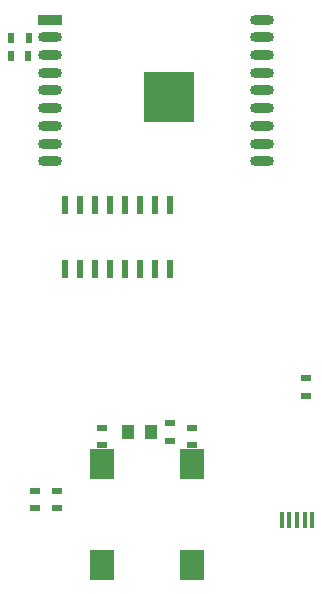
<source format=gbr>
G04 #@! TF.FileFunction,Paste,Top*
%FSLAX46Y46*%
G04 Gerber Fmt 4.6, Leading zero omitted, Abs format (unit mm)*
G04 Created by KiCad (PCBNEW 4.0.4+e1-6308~48~ubuntu16.04.1-stable) date Thu Nov 24 17:46:36 2016*
%MOMM*%
%LPD*%
G01*
G04 APERTURE LIST*
%ADD10C,0.100000*%
%ADD11R,1.000000X1.250000*%
%ADD12R,0.400000X1.350000*%
%ADD13R,2.000000X2.500000*%
%ADD14R,0.600000X1.500000*%
%ADD15O,2.000000X0.900000*%
%ADD16R,2.000000X0.900000*%
%ADD17R,4.300000X4.300000*%
%ADD18R,0.900000X0.500000*%
%ADD19R,0.500000X0.900000*%
G04 APERTURE END LIST*
D10*
D11*
X130445000Y-137795000D03*
X132445000Y-137795000D03*
D12*
X144780000Y-145260000D03*
X144130000Y-145260000D03*
X143480000Y-145260000D03*
X145430000Y-145260000D03*
X146080000Y-145260000D03*
D13*
X135890000Y-140505000D03*
X135890000Y-149055000D03*
X128270000Y-140505000D03*
X128270000Y-149055000D03*
D14*
X125095000Y-123985000D03*
X126365000Y-123985000D03*
X127635000Y-123985000D03*
X128905000Y-123985000D03*
X130175000Y-123985000D03*
X131445000Y-123985000D03*
X132715000Y-123985000D03*
X133985000Y-123985000D03*
X133985000Y-118585000D03*
X132715000Y-118585000D03*
X131445000Y-118585000D03*
X130175000Y-118585000D03*
X128905000Y-118585000D03*
X127635000Y-118585000D03*
X126365000Y-118585000D03*
X125095000Y-118585000D03*
D15*
X141825000Y-114870000D03*
X123825000Y-114870000D03*
D16*
X123825000Y-102870000D03*
D15*
X123825000Y-104370000D03*
X123825000Y-105870000D03*
X123825000Y-107370000D03*
X123825000Y-108870000D03*
X123825000Y-110370000D03*
X123825000Y-111870000D03*
X123825000Y-113370000D03*
X141825000Y-113370000D03*
X141825000Y-111870000D03*
X141825000Y-110370000D03*
X141825000Y-108870000D03*
X141825000Y-107370000D03*
X141825000Y-105870000D03*
X141825000Y-104370000D03*
X141825000Y-102870000D03*
D17*
X133945000Y-109450000D03*
D18*
X128270000Y-137420000D03*
X128270000Y-138920000D03*
X135890000Y-137420000D03*
X135890000Y-138920000D03*
X145500000Y-133250000D03*
X145500000Y-134750000D03*
X133985000Y-138545000D03*
X133985000Y-137045000D03*
D19*
X122030000Y-105990000D03*
X120530000Y-105990000D03*
X120550000Y-104390000D03*
X122050000Y-104390000D03*
D18*
X124460000Y-144260000D03*
X124460000Y-142760000D03*
X122555000Y-144260000D03*
X122555000Y-142760000D03*
M02*

</source>
